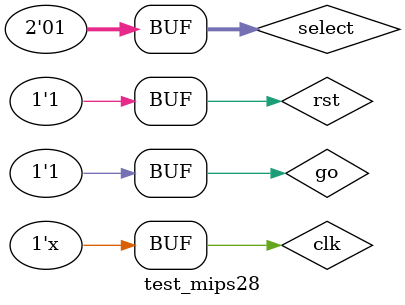
<source format=v>
`timescale 1ns / 1ps


module test_mips28;
    reg clk, go, rst;
    reg [1:0] select;
    wire [31:0] LedData;
    wire [31:0] sh_data;

    MipsCPU_Top28 MIPS_CPU(
        .clk(clk),
        .CPU_RESETN(rst),
        .go(go),
        .SW(select),
        .LedData_out(LedData),
        .sh_data(sh_data)
    );

    initial begin
        select = 2'b01;
        clk = 0;
        go = 1;
        rst = 1;
    end

    always begin
        #10 clk = ~clk;
    end

endmodule

</source>
